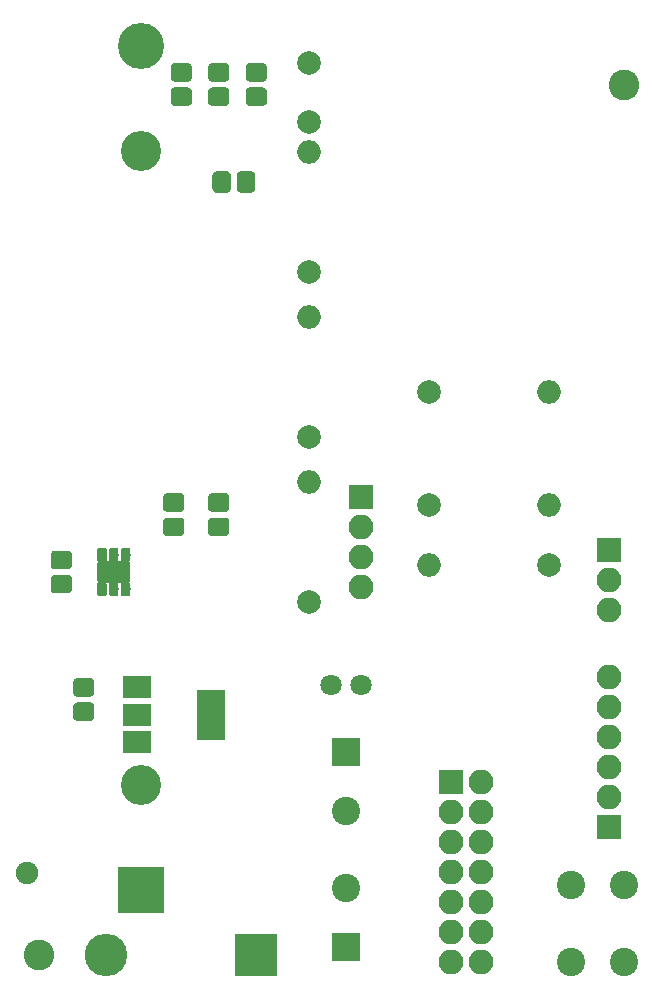
<source format=gbs>
G04 #@! TF.GenerationSoftware,KiCad,Pcbnew,(5.0.0-3-g5ebb6b6)*
G04 #@! TF.CreationDate,2018-08-06T20:02:11+02:00*
G04 #@! TF.ProjectId,esp32-sensornode,65737033322D73656E736F726E6F6465,rev?*
G04 #@! TF.SameCoordinates,Original*
G04 #@! TF.FileFunction,Soldermask,Bot*
G04 #@! TF.FilePolarity,Negative*
%FSLAX46Y46*%
G04 Gerber Fmt 4.6, Leading zero omitted, Abs format (unit mm)*
G04 Created by KiCad (PCBNEW (5.0.0-3-g5ebb6b6)) date Monday, 06 August 2018 at 20:02:11*
%MOMM*%
%LPD*%
G01*
G04 APERTURE LIST*
%ADD10C,2.600000*%
%ADD11C,3.900000*%
%ADD12R,3.900000X3.900000*%
%ADD13C,3.400000*%
%ADD14C,1.900000*%
%ADD15C,1.800000*%
%ADD16R,2.100000X2.100000*%
%ADD17O,2.100000X2.100000*%
%ADD18C,2.000000*%
%ADD19O,2.000000X2.000000*%
%ADD20C,0.100000*%
%ADD21C,0.800000*%
%ADD22C,2.400000*%
%ADD23C,1.550000*%
%ADD24R,2.400000X2.400000*%
%ADD25R,3.600000X3.600000*%
%ADD26O,3.600000X3.600000*%
%ADD27R,2.400000X4.200000*%
%ADD28R,2.400000X1.900000*%
G04 APERTURE END LIST*
D10*
G04 #@! TO.C,REF\002A\002A*
X180340000Y-130175000D03*
G04 #@! TD*
G04 #@! TO.C,REF\002A\002A*
X229870000Y-56515000D03*
G04 #@! TD*
D11*
G04 #@! TO.C,BT1*
X189030000Y-53295000D03*
D12*
X189030000Y-124695000D03*
D13*
X189030000Y-115845000D03*
X189030000Y-62145000D03*
D14*
X179330000Y-123245000D03*
G04 #@! TD*
D15*
G04 #@! TO.C,C3*
X205105000Y-107315000D03*
X207605000Y-107315000D03*
G04 #@! TD*
D16*
G04 #@! TO.C,J2*
X228600000Y-119380000D03*
D17*
X228600000Y-116840000D03*
X228600000Y-114300000D03*
X228600000Y-111760000D03*
X228600000Y-109220000D03*
X228600000Y-106680000D03*
G04 #@! TD*
D16*
G04 #@! TO.C,J3*
X207645000Y-91440000D03*
D17*
X207645000Y-93980000D03*
X207645000Y-96520000D03*
X207645000Y-99060000D03*
G04 #@! TD*
D16*
G04 #@! TO.C,J4*
X228600000Y-95885000D03*
D17*
X228600000Y-98425000D03*
X228600000Y-100965000D03*
G04 #@! TD*
D18*
G04 #@! TO.C,R1*
X203200000Y-72390000D03*
D19*
X203200000Y-62230000D03*
G04 #@! TD*
G04 #@! TO.C,R2*
X223520000Y-82550000D03*
D18*
X213360000Y-82550000D03*
G04 #@! TD*
D19*
G04 #@! TO.C,R3*
X223520000Y-92075000D03*
D18*
X213360000Y-92075000D03*
G04 #@! TD*
G04 #@! TO.C,R6*
X203200000Y-100330000D03*
D19*
X203200000Y-90170000D03*
G04 #@! TD*
D18*
G04 #@! TO.C,R7*
X203200000Y-86360000D03*
D19*
X203200000Y-76200000D03*
G04 #@! TD*
D20*
G04 #@! TO.C,U2*
G36*
X187804372Y-96841525D02*
X187835112Y-96846085D01*
X187865257Y-96853636D01*
X187894516Y-96864105D01*
X187922609Y-96877392D01*
X187949264Y-96893368D01*
X187974224Y-96911880D01*
X187997250Y-96932750D01*
X188018120Y-96955776D01*
X188036632Y-96980736D01*
X188052608Y-97007391D01*
X188065895Y-97035484D01*
X188076364Y-97064743D01*
X188083915Y-97094888D01*
X188088475Y-97125628D01*
X188090000Y-97156667D01*
X188090000Y-98423333D01*
X188088475Y-98454372D01*
X188083915Y-98485112D01*
X188076364Y-98515257D01*
X188065895Y-98544516D01*
X188052608Y-98572609D01*
X188036632Y-98599264D01*
X188018120Y-98624224D01*
X187997250Y-98647250D01*
X187974224Y-98668120D01*
X187949264Y-98686632D01*
X187922609Y-98702608D01*
X187894516Y-98715895D01*
X187865257Y-98726364D01*
X187835112Y-98733915D01*
X187804372Y-98738475D01*
X187773333Y-98740000D01*
X185606667Y-98740000D01*
X185575628Y-98738475D01*
X185544888Y-98733915D01*
X185514743Y-98726364D01*
X185485484Y-98715895D01*
X185457391Y-98702608D01*
X185430736Y-98686632D01*
X185405776Y-98668120D01*
X185382750Y-98647250D01*
X185361880Y-98624224D01*
X185343368Y-98599264D01*
X185327392Y-98572609D01*
X185314105Y-98544516D01*
X185303636Y-98515257D01*
X185296085Y-98485112D01*
X185291525Y-98454372D01*
X185290000Y-98423333D01*
X185290000Y-97156667D01*
X185291525Y-97125628D01*
X185296085Y-97094888D01*
X185303636Y-97064743D01*
X185314105Y-97035484D01*
X185327392Y-97007391D01*
X185343368Y-96980736D01*
X185361880Y-96955776D01*
X185382750Y-96932750D01*
X185405776Y-96911880D01*
X185430736Y-96893368D01*
X185457391Y-96877392D01*
X185485484Y-96864105D01*
X185514743Y-96853636D01*
X185544888Y-96846085D01*
X185575628Y-96841525D01*
X185606667Y-96840000D01*
X187773333Y-96840000D01*
X187804372Y-96841525D01*
X187804372Y-96841525D01*
G37*
D14*
X186690000Y-97790000D03*
D20*
G36*
X187909603Y-98640963D02*
X187929018Y-98643843D01*
X187948057Y-98648612D01*
X187966537Y-98655224D01*
X187984279Y-98663616D01*
X188001114Y-98673706D01*
X188016879Y-98685398D01*
X188031421Y-98698579D01*
X188044602Y-98713121D01*
X188056294Y-98728886D01*
X188066384Y-98745721D01*
X188074776Y-98763463D01*
X188081388Y-98781943D01*
X188086157Y-98800982D01*
X188089037Y-98820397D01*
X188090000Y-98840000D01*
X188090000Y-99640000D01*
X188089037Y-99659603D01*
X188086157Y-99679018D01*
X188081388Y-99698057D01*
X188074776Y-99716537D01*
X188066384Y-99734279D01*
X188056294Y-99751114D01*
X188044602Y-99766879D01*
X188031421Y-99781421D01*
X188016879Y-99794602D01*
X188001114Y-99806294D01*
X187984279Y-99816384D01*
X187966537Y-99824776D01*
X187948057Y-99831388D01*
X187929018Y-99836157D01*
X187909603Y-99839037D01*
X187890000Y-99840000D01*
X187490000Y-99840000D01*
X187470397Y-99839037D01*
X187450982Y-99836157D01*
X187431943Y-99831388D01*
X187413463Y-99824776D01*
X187395721Y-99816384D01*
X187378886Y-99806294D01*
X187363121Y-99794602D01*
X187348579Y-99781421D01*
X187335398Y-99766879D01*
X187323706Y-99751114D01*
X187313616Y-99734279D01*
X187305224Y-99716537D01*
X187298612Y-99698057D01*
X187293843Y-99679018D01*
X187290963Y-99659603D01*
X187290000Y-99640000D01*
X187290000Y-98840000D01*
X187290963Y-98820397D01*
X187293843Y-98800982D01*
X187298612Y-98781943D01*
X187305224Y-98763463D01*
X187313616Y-98745721D01*
X187323706Y-98728886D01*
X187335398Y-98713121D01*
X187348579Y-98698579D01*
X187363121Y-98685398D01*
X187378886Y-98673706D01*
X187395721Y-98663616D01*
X187413463Y-98655224D01*
X187431943Y-98648612D01*
X187450982Y-98643843D01*
X187470397Y-98640963D01*
X187490000Y-98640000D01*
X187890000Y-98640000D01*
X187909603Y-98640963D01*
X187909603Y-98640963D01*
G37*
D21*
X187690000Y-99240000D03*
D20*
G36*
X186909603Y-98640963D02*
X186929018Y-98643843D01*
X186948057Y-98648612D01*
X186966537Y-98655224D01*
X186984279Y-98663616D01*
X187001114Y-98673706D01*
X187016879Y-98685398D01*
X187031421Y-98698579D01*
X187044602Y-98713121D01*
X187056294Y-98728886D01*
X187066384Y-98745721D01*
X187074776Y-98763463D01*
X187081388Y-98781943D01*
X187086157Y-98800982D01*
X187089037Y-98820397D01*
X187090000Y-98840000D01*
X187090000Y-99640000D01*
X187089037Y-99659603D01*
X187086157Y-99679018D01*
X187081388Y-99698057D01*
X187074776Y-99716537D01*
X187066384Y-99734279D01*
X187056294Y-99751114D01*
X187044602Y-99766879D01*
X187031421Y-99781421D01*
X187016879Y-99794602D01*
X187001114Y-99806294D01*
X186984279Y-99816384D01*
X186966537Y-99824776D01*
X186948057Y-99831388D01*
X186929018Y-99836157D01*
X186909603Y-99839037D01*
X186890000Y-99840000D01*
X186490000Y-99840000D01*
X186470397Y-99839037D01*
X186450982Y-99836157D01*
X186431943Y-99831388D01*
X186413463Y-99824776D01*
X186395721Y-99816384D01*
X186378886Y-99806294D01*
X186363121Y-99794602D01*
X186348579Y-99781421D01*
X186335398Y-99766879D01*
X186323706Y-99751114D01*
X186313616Y-99734279D01*
X186305224Y-99716537D01*
X186298612Y-99698057D01*
X186293843Y-99679018D01*
X186290963Y-99659603D01*
X186290000Y-99640000D01*
X186290000Y-98840000D01*
X186290963Y-98820397D01*
X186293843Y-98800982D01*
X186298612Y-98781943D01*
X186305224Y-98763463D01*
X186313616Y-98745721D01*
X186323706Y-98728886D01*
X186335398Y-98713121D01*
X186348579Y-98698579D01*
X186363121Y-98685398D01*
X186378886Y-98673706D01*
X186395721Y-98663616D01*
X186413463Y-98655224D01*
X186431943Y-98648612D01*
X186450982Y-98643843D01*
X186470397Y-98640963D01*
X186490000Y-98640000D01*
X186890000Y-98640000D01*
X186909603Y-98640963D01*
X186909603Y-98640963D01*
G37*
D21*
X186690000Y-99240000D03*
D20*
G36*
X185909603Y-98640963D02*
X185929018Y-98643843D01*
X185948057Y-98648612D01*
X185966537Y-98655224D01*
X185984279Y-98663616D01*
X186001114Y-98673706D01*
X186016879Y-98685398D01*
X186031421Y-98698579D01*
X186044602Y-98713121D01*
X186056294Y-98728886D01*
X186066384Y-98745721D01*
X186074776Y-98763463D01*
X186081388Y-98781943D01*
X186086157Y-98800982D01*
X186089037Y-98820397D01*
X186090000Y-98840000D01*
X186090000Y-99640000D01*
X186089037Y-99659603D01*
X186086157Y-99679018D01*
X186081388Y-99698057D01*
X186074776Y-99716537D01*
X186066384Y-99734279D01*
X186056294Y-99751114D01*
X186044602Y-99766879D01*
X186031421Y-99781421D01*
X186016879Y-99794602D01*
X186001114Y-99806294D01*
X185984279Y-99816384D01*
X185966537Y-99824776D01*
X185948057Y-99831388D01*
X185929018Y-99836157D01*
X185909603Y-99839037D01*
X185890000Y-99840000D01*
X185490000Y-99840000D01*
X185470397Y-99839037D01*
X185450982Y-99836157D01*
X185431943Y-99831388D01*
X185413463Y-99824776D01*
X185395721Y-99816384D01*
X185378886Y-99806294D01*
X185363121Y-99794602D01*
X185348579Y-99781421D01*
X185335398Y-99766879D01*
X185323706Y-99751114D01*
X185313616Y-99734279D01*
X185305224Y-99716537D01*
X185298612Y-99698057D01*
X185293843Y-99679018D01*
X185290963Y-99659603D01*
X185290000Y-99640000D01*
X185290000Y-98840000D01*
X185290963Y-98820397D01*
X185293843Y-98800982D01*
X185298612Y-98781943D01*
X185305224Y-98763463D01*
X185313616Y-98745721D01*
X185323706Y-98728886D01*
X185335398Y-98713121D01*
X185348579Y-98698579D01*
X185363121Y-98685398D01*
X185378886Y-98673706D01*
X185395721Y-98663616D01*
X185413463Y-98655224D01*
X185431943Y-98648612D01*
X185450982Y-98643843D01*
X185470397Y-98640963D01*
X185490000Y-98640000D01*
X185890000Y-98640000D01*
X185909603Y-98640963D01*
X185909603Y-98640963D01*
G37*
D21*
X185690000Y-99240000D03*
D20*
G36*
X185909603Y-95740963D02*
X185929018Y-95743843D01*
X185948057Y-95748612D01*
X185966537Y-95755224D01*
X185984279Y-95763616D01*
X186001114Y-95773706D01*
X186016879Y-95785398D01*
X186031421Y-95798579D01*
X186044602Y-95813121D01*
X186056294Y-95828886D01*
X186066384Y-95845721D01*
X186074776Y-95863463D01*
X186081388Y-95881943D01*
X186086157Y-95900982D01*
X186089037Y-95920397D01*
X186090000Y-95940000D01*
X186090000Y-96740000D01*
X186089037Y-96759603D01*
X186086157Y-96779018D01*
X186081388Y-96798057D01*
X186074776Y-96816537D01*
X186066384Y-96834279D01*
X186056294Y-96851114D01*
X186044602Y-96866879D01*
X186031421Y-96881421D01*
X186016879Y-96894602D01*
X186001114Y-96906294D01*
X185984279Y-96916384D01*
X185966537Y-96924776D01*
X185948057Y-96931388D01*
X185929018Y-96936157D01*
X185909603Y-96939037D01*
X185890000Y-96940000D01*
X185490000Y-96940000D01*
X185470397Y-96939037D01*
X185450982Y-96936157D01*
X185431943Y-96931388D01*
X185413463Y-96924776D01*
X185395721Y-96916384D01*
X185378886Y-96906294D01*
X185363121Y-96894602D01*
X185348579Y-96881421D01*
X185335398Y-96866879D01*
X185323706Y-96851114D01*
X185313616Y-96834279D01*
X185305224Y-96816537D01*
X185298612Y-96798057D01*
X185293843Y-96779018D01*
X185290963Y-96759603D01*
X185290000Y-96740000D01*
X185290000Y-95940000D01*
X185290963Y-95920397D01*
X185293843Y-95900982D01*
X185298612Y-95881943D01*
X185305224Y-95863463D01*
X185313616Y-95845721D01*
X185323706Y-95828886D01*
X185335398Y-95813121D01*
X185348579Y-95798579D01*
X185363121Y-95785398D01*
X185378886Y-95773706D01*
X185395721Y-95763616D01*
X185413463Y-95755224D01*
X185431943Y-95748612D01*
X185450982Y-95743843D01*
X185470397Y-95740963D01*
X185490000Y-95740000D01*
X185890000Y-95740000D01*
X185909603Y-95740963D01*
X185909603Y-95740963D01*
G37*
D21*
X185690000Y-96340000D03*
D20*
G36*
X186909603Y-95740963D02*
X186929018Y-95743843D01*
X186948057Y-95748612D01*
X186966537Y-95755224D01*
X186984279Y-95763616D01*
X187001114Y-95773706D01*
X187016879Y-95785398D01*
X187031421Y-95798579D01*
X187044602Y-95813121D01*
X187056294Y-95828886D01*
X187066384Y-95845721D01*
X187074776Y-95863463D01*
X187081388Y-95881943D01*
X187086157Y-95900982D01*
X187089037Y-95920397D01*
X187090000Y-95940000D01*
X187090000Y-96740000D01*
X187089037Y-96759603D01*
X187086157Y-96779018D01*
X187081388Y-96798057D01*
X187074776Y-96816537D01*
X187066384Y-96834279D01*
X187056294Y-96851114D01*
X187044602Y-96866879D01*
X187031421Y-96881421D01*
X187016879Y-96894602D01*
X187001114Y-96906294D01*
X186984279Y-96916384D01*
X186966537Y-96924776D01*
X186948057Y-96931388D01*
X186929018Y-96936157D01*
X186909603Y-96939037D01*
X186890000Y-96940000D01*
X186490000Y-96940000D01*
X186470397Y-96939037D01*
X186450982Y-96936157D01*
X186431943Y-96931388D01*
X186413463Y-96924776D01*
X186395721Y-96916384D01*
X186378886Y-96906294D01*
X186363121Y-96894602D01*
X186348579Y-96881421D01*
X186335398Y-96866879D01*
X186323706Y-96851114D01*
X186313616Y-96834279D01*
X186305224Y-96816537D01*
X186298612Y-96798057D01*
X186293843Y-96779018D01*
X186290963Y-96759603D01*
X186290000Y-96740000D01*
X186290000Y-95940000D01*
X186290963Y-95920397D01*
X186293843Y-95900982D01*
X186298612Y-95881943D01*
X186305224Y-95863463D01*
X186313616Y-95845721D01*
X186323706Y-95828886D01*
X186335398Y-95813121D01*
X186348579Y-95798579D01*
X186363121Y-95785398D01*
X186378886Y-95773706D01*
X186395721Y-95763616D01*
X186413463Y-95755224D01*
X186431943Y-95748612D01*
X186450982Y-95743843D01*
X186470397Y-95740963D01*
X186490000Y-95740000D01*
X186890000Y-95740000D01*
X186909603Y-95740963D01*
X186909603Y-95740963D01*
G37*
D21*
X186690000Y-96340000D03*
D20*
G36*
X187909603Y-95740963D02*
X187929018Y-95743843D01*
X187948057Y-95748612D01*
X187966537Y-95755224D01*
X187984279Y-95763616D01*
X188001114Y-95773706D01*
X188016879Y-95785398D01*
X188031421Y-95798579D01*
X188044602Y-95813121D01*
X188056294Y-95828886D01*
X188066384Y-95845721D01*
X188074776Y-95863463D01*
X188081388Y-95881943D01*
X188086157Y-95900982D01*
X188089037Y-95920397D01*
X188090000Y-95940000D01*
X188090000Y-96740000D01*
X188089037Y-96759603D01*
X188086157Y-96779018D01*
X188081388Y-96798057D01*
X188074776Y-96816537D01*
X188066384Y-96834279D01*
X188056294Y-96851114D01*
X188044602Y-96866879D01*
X188031421Y-96881421D01*
X188016879Y-96894602D01*
X188001114Y-96906294D01*
X187984279Y-96916384D01*
X187966537Y-96924776D01*
X187948057Y-96931388D01*
X187929018Y-96936157D01*
X187909603Y-96939037D01*
X187890000Y-96940000D01*
X187490000Y-96940000D01*
X187470397Y-96939037D01*
X187450982Y-96936157D01*
X187431943Y-96931388D01*
X187413463Y-96924776D01*
X187395721Y-96916384D01*
X187378886Y-96906294D01*
X187363121Y-96894602D01*
X187348579Y-96881421D01*
X187335398Y-96866879D01*
X187323706Y-96851114D01*
X187313616Y-96834279D01*
X187305224Y-96816537D01*
X187298612Y-96798057D01*
X187293843Y-96779018D01*
X187290963Y-96759603D01*
X187290000Y-96740000D01*
X187290000Y-95940000D01*
X187290963Y-95920397D01*
X187293843Y-95900982D01*
X187298612Y-95881943D01*
X187305224Y-95863463D01*
X187313616Y-95845721D01*
X187323706Y-95828886D01*
X187335398Y-95813121D01*
X187348579Y-95798579D01*
X187363121Y-95785398D01*
X187378886Y-95773706D01*
X187395721Y-95763616D01*
X187413463Y-95755224D01*
X187431943Y-95748612D01*
X187450982Y-95743843D01*
X187470397Y-95740963D01*
X187490000Y-95740000D01*
X187890000Y-95740000D01*
X187909603Y-95740963D01*
X187909603Y-95740963D01*
G37*
D21*
X187690000Y-96340000D03*
G04 #@! TD*
D22*
G04 #@! TO.C,SW1*
X229925000Y-130810000D03*
X225425000Y-130810000D03*
X229925000Y-124310000D03*
X225425000Y-124310000D03*
G04 #@! TD*
D18*
G04 #@! TO.C,R8*
X223520000Y-97155000D03*
D19*
X213360000Y-97155000D03*
G04 #@! TD*
D20*
G04 #@! TO.C,C4*
G36*
X198346071Y-63871623D02*
X198378781Y-63876475D01*
X198410857Y-63884509D01*
X198441991Y-63895649D01*
X198471884Y-63909787D01*
X198500247Y-63926787D01*
X198526807Y-63946485D01*
X198551308Y-63968692D01*
X198573515Y-63993193D01*
X198593213Y-64019753D01*
X198610213Y-64048116D01*
X198624351Y-64078009D01*
X198635491Y-64109143D01*
X198643525Y-64141219D01*
X198648377Y-64173929D01*
X198650000Y-64206956D01*
X198650000Y-65333044D01*
X198648377Y-65366071D01*
X198643525Y-65398781D01*
X198635491Y-65430857D01*
X198624351Y-65461991D01*
X198610213Y-65491884D01*
X198593213Y-65520247D01*
X198573515Y-65546807D01*
X198551308Y-65571308D01*
X198526807Y-65593515D01*
X198500247Y-65613213D01*
X198471884Y-65630213D01*
X198441991Y-65644351D01*
X198410857Y-65655491D01*
X198378781Y-65663525D01*
X198346071Y-65668377D01*
X198313044Y-65670000D01*
X197436956Y-65670000D01*
X197403929Y-65668377D01*
X197371219Y-65663525D01*
X197339143Y-65655491D01*
X197308009Y-65644351D01*
X197278116Y-65630213D01*
X197249753Y-65613213D01*
X197223193Y-65593515D01*
X197198692Y-65571308D01*
X197176485Y-65546807D01*
X197156787Y-65520247D01*
X197139787Y-65491884D01*
X197125649Y-65461991D01*
X197114509Y-65430857D01*
X197106475Y-65398781D01*
X197101623Y-65366071D01*
X197100000Y-65333044D01*
X197100000Y-64206956D01*
X197101623Y-64173929D01*
X197106475Y-64141219D01*
X197114509Y-64109143D01*
X197125649Y-64078009D01*
X197139787Y-64048116D01*
X197156787Y-64019753D01*
X197176485Y-63993193D01*
X197198692Y-63968692D01*
X197223193Y-63946485D01*
X197249753Y-63926787D01*
X197278116Y-63909787D01*
X197308009Y-63895649D01*
X197339143Y-63884509D01*
X197371219Y-63876475D01*
X197403929Y-63871623D01*
X197436956Y-63870000D01*
X198313044Y-63870000D01*
X198346071Y-63871623D01*
X198346071Y-63871623D01*
G37*
D23*
X197875000Y-64770000D03*
D20*
G36*
X196296071Y-63871623D02*
X196328781Y-63876475D01*
X196360857Y-63884509D01*
X196391991Y-63895649D01*
X196421884Y-63909787D01*
X196450247Y-63926787D01*
X196476807Y-63946485D01*
X196501308Y-63968692D01*
X196523515Y-63993193D01*
X196543213Y-64019753D01*
X196560213Y-64048116D01*
X196574351Y-64078009D01*
X196585491Y-64109143D01*
X196593525Y-64141219D01*
X196598377Y-64173929D01*
X196600000Y-64206956D01*
X196600000Y-65333044D01*
X196598377Y-65366071D01*
X196593525Y-65398781D01*
X196585491Y-65430857D01*
X196574351Y-65461991D01*
X196560213Y-65491884D01*
X196543213Y-65520247D01*
X196523515Y-65546807D01*
X196501308Y-65571308D01*
X196476807Y-65593515D01*
X196450247Y-65613213D01*
X196421884Y-65630213D01*
X196391991Y-65644351D01*
X196360857Y-65655491D01*
X196328781Y-65663525D01*
X196296071Y-65668377D01*
X196263044Y-65670000D01*
X195386956Y-65670000D01*
X195353929Y-65668377D01*
X195321219Y-65663525D01*
X195289143Y-65655491D01*
X195258009Y-65644351D01*
X195228116Y-65630213D01*
X195199753Y-65613213D01*
X195173193Y-65593515D01*
X195148692Y-65571308D01*
X195126485Y-65546807D01*
X195106787Y-65520247D01*
X195089787Y-65491884D01*
X195075649Y-65461991D01*
X195064509Y-65430857D01*
X195056475Y-65398781D01*
X195051623Y-65366071D01*
X195050000Y-65333044D01*
X195050000Y-64206956D01*
X195051623Y-64173929D01*
X195056475Y-64141219D01*
X195064509Y-64109143D01*
X195075649Y-64078009D01*
X195089787Y-64048116D01*
X195106787Y-64019753D01*
X195126485Y-63993193D01*
X195148692Y-63968692D01*
X195173193Y-63946485D01*
X195199753Y-63926787D01*
X195228116Y-63909787D01*
X195258009Y-63895649D01*
X195289143Y-63884509D01*
X195321219Y-63876475D01*
X195353929Y-63871623D01*
X195386956Y-63870000D01*
X196263044Y-63870000D01*
X196296071Y-63871623D01*
X196296071Y-63871623D01*
G37*
D23*
X195825000Y-64770000D03*
G04 #@! TD*
D20*
G04 #@! TO.C,C2*
G36*
X182841071Y-95991623D02*
X182873781Y-95996475D01*
X182905857Y-96004509D01*
X182936991Y-96015649D01*
X182966884Y-96029787D01*
X182995247Y-96046787D01*
X183021807Y-96066485D01*
X183046308Y-96088692D01*
X183068515Y-96113193D01*
X183088213Y-96139753D01*
X183105213Y-96168116D01*
X183119351Y-96198009D01*
X183130491Y-96229143D01*
X183138525Y-96261219D01*
X183143377Y-96293929D01*
X183145000Y-96326956D01*
X183145000Y-97203044D01*
X183143377Y-97236071D01*
X183138525Y-97268781D01*
X183130491Y-97300857D01*
X183119351Y-97331991D01*
X183105213Y-97361884D01*
X183088213Y-97390247D01*
X183068515Y-97416807D01*
X183046308Y-97441308D01*
X183021807Y-97463515D01*
X182995247Y-97483213D01*
X182966884Y-97500213D01*
X182936991Y-97514351D01*
X182905857Y-97525491D01*
X182873781Y-97533525D01*
X182841071Y-97538377D01*
X182808044Y-97540000D01*
X181681956Y-97540000D01*
X181648929Y-97538377D01*
X181616219Y-97533525D01*
X181584143Y-97525491D01*
X181553009Y-97514351D01*
X181523116Y-97500213D01*
X181494753Y-97483213D01*
X181468193Y-97463515D01*
X181443692Y-97441308D01*
X181421485Y-97416807D01*
X181401787Y-97390247D01*
X181384787Y-97361884D01*
X181370649Y-97331991D01*
X181359509Y-97300857D01*
X181351475Y-97268781D01*
X181346623Y-97236071D01*
X181345000Y-97203044D01*
X181345000Y-96326956D01*
X181346623Y-96293929D01*
X181351475Y-96261219D01*
X181359509Y-96229143D01*
X181370649Y-96198009D01*
X181384787Y-96168116D01*
X181401787Y-96139753D01*
X181421485Y-96113193D01*
X181443692Y-96088692D01*
X181468193Y-96066485D01*
X181494753Y-96046787D01*
X181523116Y-96029787D01*
X181553009Y-96015649D01*
X181584143Y-96004509D01*
X181616219Y-95996475D01*
X181648929Y-95991623D01*
X181681956Y-95990000D01*
X182808044Y-95990000D01*
X182841071Y-95991623D01*
X182841071Y-95991623D01*
G37*
D23*
X182245000Y-96765000D03*
D20*
G36*
X182841071Y-98041623D02*
X182873781Y-98046475D01*
X182905857Y-98054509D01*
X182936991Y-98065649D01*
X182966884Y-98079787D01*
X182995247Y-98096787D01*
X183021807Y-98116485D01*
X183046308Y-98138692D01*
X183068515Y-98163193D01*
X183088213Y-98189753D01*
X183105213Y-98218116D01*
X183119351Y-98248009D01*
X183130491Y-98279143D01*
X183138525Y-98311219D01*
X183143377Y-98343929D01*
X183145000Y-98376956D01*
X183145000Y-99253044D01*
X183143377Y-99286071D01*
X183138525Y-99318781D01*
X183130491Y-99350857D01*
X183119351Y-99381991D01*
X183105213Y-99411884D01*
X183088213Y-99440247D01*
X183068515Y-99466807D01*
X183046308Y-99491308D01*
X183021807Y-99513515D01*
X182995247Y-99533213D01*
X182966884Y-99550213D01*
X182936991Y-99564351D01*
X182905857Y-99575491D01*
X182873781Y-99583525D01*
X182841071Y-99588377D01*
X182808044Y-99590000D01*
X181681956Y-99590000D01*
X181648929Y-99588377D01*
X181616219Y-99583525D01*
X181584143Y-99575491D01*
X181553009Y-99564351D01*
X181523116Y-99550213D01*
X181494753Y-99533213D01*
X181468193Y-99513515D01*
X181443692Y-99491308D01*
X181421485Y-99466807D01*
X181401787Y-99440247D01*
X181384787Y-99411884D01*
X181370649Y-99381991D01*
X181359509Y-99350857D01*
X181351475Y-99318781D01*
X181346623Y-99286071D01*
X181345000Y-99253044D01*
X181345000Y-98376956D01*
X181346623Y-98343929D01*
X181351475Y-98311219D01*
X181359509Y-98279143D01*
X181370649Y-98248009D01*
X181384787Y-98218116D01*
X181401787Y-98189753D01*
X181421485Y-98163193D01*
X181443692Y-98138692D01*
X181468193Y-98116485D01*
X181494753Y-98096787D01*
X181523116Y-98079787D01*
X181553009Y-98065649D01*
X181584143Y-98054509D01*
X181616219Y-98046475D01*
X181648929Y-98041623D01*
X181681956Y-98040000D01*
X182808044Y-98040000D01*
X182841071Y-98041623D01*
X182841071Y-98041623D01*
G37*
D23*
X182245000Y-98815000D03*
G04 #@! TD*
D16*
G04 #@! TO.C,J1*
X215265000Y-115570000D03*
D17*
X217805000Y-115570000D03*
X215265000Y-118110000D03*
X217805000Y-118110000D03*
X215265000Y-120650000D03*
X217805000Y-120650000D03*
X215265000Y-123190000D03*
X217805000Y-123190000D03*
X215265000Y-125730000D03*
X217805000Y-125730000D03*
X215265000Y-128270000D03*
X217805000Y-128270000D03*
X215265000Y-130810000D03*
X217805000Y-130810000D03*
G04 #@! TD*
D20*
G04 #@! TO.C,R4*
G36*
X192366071Y-93179123D02*
X192398781Y-93183975D01*
X192430857Y-93192009D01*
X192461991Y-93203149D01*
X192491884Y-93217287D01*
X192520247Y-93234287D01*
X192546807Y-93253985D01*
X192571308Y-93276192D01*
X192593515Y-93300693D01*
X192613213Y-93327253D01*
X192630213Y-93355616D01*
X192644351Y-93385509D01*
X192655491Y-93416643D01*
X192663525Y-93448719D01*
X192668377Y-93481429D01*
X192670000Y-93514456D01*
X192670000Y-94390544D01*
X192668377Y-94423571D01*
X192663525Y-94456281D01*
X192655491Y-94488357D01*
X192644351Y-94519491D01*
X192630213Y-94549384D01*
X192613213Y-94577747D01*
X192593515Y-94604307D01*
X192571308Y-94628808D01*
X192546807Y-94651015D01*
X192520247Y-94670713D01*
X192491884Y-94687713D01*
X192461991Y-94701851D01*
X192430857Y-94712991D01*
X192398781Y-94721025D01*
X192366071Y-94725877D01*
X192333044Y-94727500D01*
X191206956Y-94727500D01*
X191173929Y-94725877D01*
X191141219Y-94721025D01*
X191109143Y-94712991D01*
X191078009Y-94701851D01*
X191048116Y-94687713D01*
X191019753Y-94670713D01*
X190993193Y-94651015D01*
X190968692Y-94628808D01*
X190946485Y-94604307D01*
X190926787Y-94577747D01*
X190909787Y-94549384D01*
X190895649Y-94519491D01*
X190884509Y-94488357D01*
X190876475Y-94456281D01*
X190871623Y-94423571D01*
X190870000Y-94390544D01*
X190870000Y-93514456D01*
X190871623Y-93481429D01*
X190876475Y-93448719D01*
X190884509Y-93416643D01*
X190895649Y-93385509D01*
X190909787Y-93355616D01*
X190926787Y-93327253D01*
X190946485Y-93300693D01*
X190968692Y-93276192D01*
X190993193Y-93253985D01*
X191019753Y-93234287D01*
X191048116Y-93217287D01*
X191078009Y-93203149D01*
X191109143Y-93192009D01*
X191141219Y-93183975D01*
X191173929Y-93179123D01*
X191206956Y-93177500D01*
X192333044Y-93177500D01*
X192366071Y-93179123D01*
X192366071Y-93179123D01*
G37*
D23*
X191770000Y-93952500D03*
D20*
G36*
X192366071Y-91129123D02*
X192398781Y-91133975D01*
X192430857Y-91142009D01*
X192461991Y-91153149D01*
X192491884Y-91167287D01*
X192520247Y-91184287D01*
X192546807Y-91203985D01*
X192571308Y-91226192D01*
X192593515Y-91250693D01*
X192613213Y-91277253D01*
X192630213Y-91305616D01*
X192644351Y-91335509D01*
X192655491Y-91366643D01*
X192663525Y-91398719D01*
X192668377Y-91431429D01*
X192670000Y-91464456D01*
X192670000Y-92340544D01*
X192668377Y-92373571D01*
X192663525Y-92406281D01*
X192655491Y-92438357D01*
X192644351Y-92469491D01*
X192630213Y-92499384D01*
X192613213Y-92527747D01*
X192593515Y-92554307D01*
X192571308Y-92578808D01*
X192546807Y-92601015D01*
X192520247Y-92620713D01*
X192491884Y-92637713D01*
X192461991Y-92651851D01*
X192430857Y-92662991D01*
X192398781Y-92671025D01*
X192366071Y-92675877D01*
X192333044Y-92677500D01*
X191206956Y-92677500D01*
X191173929Y-92675877D01*
X191141219Y-92671025D01*
X191109143Y-92662991D01*
X191078009Y-92651851D01*
X191048116Y-92637713D01*
X191019753Y-92620713D01*
X190993193Y-92601015D01*
X190968692Y-92578808D01*
X190946485Y-92554307D01*
X190926787Y-92527747D01*
X190909787Y-92499384D01*
X190895649Y-92469491D01*
X190884509Y-92438357D01*
X190876475Y-92406281D01*
X190871623Y-92373571D01*
X190870000Y-92340544D01*
X190870000Y-91464456D01*
X190871623Y-91431429D01*
X190876475Y-91398719D01*
X190884509Y-91366643D01*
X190895649Y-91335509D01*
X190909787Y-91305616D01*
X190926787Y-91277253D01*
X190946485Y-91250693D01*
X190968692Y-91226192D01*
X190993193Y-91203985D01*
X191019753Y-91184287D01*
X191048116Y-91167287D01*
X191078009Y-91153149D01*
X191109143Y-91142009D01*
X191141219Y-91133975D01*
X191173929Y-91129123D01*
X191206956Y-91127500D01*
X192333044Y-91127500D01*
X192366071Y-91129123D01*
X192366071Y-91129123D01*
G37*
D23*
X191770000Y-91902500D03*
G04 #@! TD*
D20*
G04 #@! TO.C,R5*
G36*
X196176071Y-91129123D02*
X196208781Y-91133975D01*
X196240857Y-91142009D01*
X196271991Y-91153149D01*
X196301884Y-91167287D01*
X196330247Y-91184287D01*
X196356807Y-91203985D01*
X196381308Y-91226192D01*
X196403515Y-91250693D01*
X196423213Y-91277253D01*
X196440213Y-91305616D01*
X196454351Y-91335509D01*
X196465491Y-91366643D01*
X196473525Y-91398719D01*
X196478377Y-91431429D01*
X196480000Y-91464456D01*
X196480000Y-92340544D01*
X196478377Y-92373571D01*
X196473525Y-92406281D01*
X196465491Y-92438357D01*
X196454351Y-92469491D01*
X196440213Y-92499384D01*
X196423213Y-92527747D01*
X196403515Y-92554307D01*
X196381308Y-92578808D01*
X196356807Y-92601015D01*
X196330247Y-92620713D01*
X196301884Y-92637713D01*
X196271991Y-92651851D01*
X196240857Y-92662991D01*
X196208781Y-92671025D01*
X196176071Y-92675877D01*
X196143044Y-92677500D01*
X195016956Y-92677500D01*
X194983929Y-92675877D01*
X194951219Y-92671025D01*
X194919143Y-92662991D01*
X194888009Y-92651851D01*
X194858116Y-92637713D01*
X194829753Y-92620713D01*
X194803193Y-92601015D01*
X194778692Y-92578808D01*
X194756485Y-92554307D01*
X194736787Y-92527747D01*
X194719787Y-92499384D01*
X194705649Y-92469491D01*
X194694509Y-92438357D01*
X194686475Y-92406281D01*
X194681623Y-92373571D01*
X194680000Y-92340544D01*
X194680000Y-91464456D01*
X194681623Y-91431429D01*
X194686475Y-91398719D01*
X194694509Y-91366643D01*
X194705649Y-91335509D01*
X194719787Y-91305616D01*
X194736787Y-91277253D01*
X194756485Y-91250693D01*
X194778692Y-91226192D01*
X194803193Y-91203985D01*
X194829753Y-91184287D01*
X194858116Y-91167287D01*
X194888009Y-91153149D01*
X194919143Y-91142009D01*
X194951219Y-91133975D01*
X194983929Y-91129123D01*
X195016956Y-91127500D01*
X196143044Y-91127500D01*
X196176071Y-91129123D01*
X196176071Y-91129123D01*
G37*
D23*
X195580000Y-91902500D03*
D20*
G36*
X196176071Y-93179123D02*
X196208781Y-93183975D01*
X196240857Y-93192009D01*
X196271991Y-93203149D01*
X196301884Y-93217287D01*
X196330247Y-93234287D01*
X196356807Y-93253985D01*
X196381308Y-93276192D01*
X196403515Y-93300693D01*
X196423213Y-93327253D01*
X196440213Y-93355616D01*
X196454351Y-93385509D01*
X196465491Y-93416643D01*
X196473525Y-93448719D01*
X196478377Y-93481429D01*
X196480000Y-93514456D01*
X196480000Y-94390544D01*
X196478377Y-94423571D01*
X196473525Y-94456281D01*
X196465491Y-94488357D01*
X196454351Y-94519491D01*
X196440213Y-94549384D01*
X196423213Y-94577747D01*
X196403515Y-94604307D01*
X196381308Y-94628808D01*
X196356807Y-94651015D01*
X196330247Y-94670713D01*
X196301884Y-94687713D01*
X196271991Y-94701851D01*
X196240857Y-94712991D01*
X196208781Y-94721025D01*
X196176071Y-94725877D01*
X196143044Y-94727500D01*
X195016956Y-94727500D01*
X194983929Y-94725877D01*
X194951219Y-94721025D01*
X194919143Y-94712991D01*
X194888009Y-94701851D01*
X194858116Y-94687713D01*
X194829753Y-94670713D01*
X194803193Y-94651015D01*
X194778692Y-94628808D01*
X194756485Y-94604307D01*
X194736787Y-94577747D01*
X194719787Y-94549384D01*
X194705649Y-94519491D01*
X194694509Y-94488357D01*
X194686475Y-94456281D01*
X194681623Y-94423571D01*
X194680000Y-94390544D01*
X194680000Y-93514456D01*
X194681623Y-93481429D01*
X194686475Y-93448719D01*
X194694509Y-93416643D01*
X194705649Y-93385509D01*
X194719787Y-93355616D01*
X194736787Y-93327253D01*
X194756485Y-93300693D01*
X194778692Y-93276192D01*
X194803193Y-93253985D01*
X194829753Y-93234287D01*
X194858116Y-93217287D01*
X194888009Y-93203149D01*
X194919143Y-93192009D01*
X194951219Y-93183975D01*
X194983929Y-93179123D01*
X195016956Y-93177500D01*
X196143044Y-93177500D01*
X196176071Y-93179123D01*
X196176071Y-93179123D01*
G37*
D23*
X195580000Y-93952500D03*
G04 #@! TD*
D18*
G04 #@! TO.C,C1*
X203200000Y-59690000D03*
X203200000Y-54690000D03*
G04 #@! TD*
D24*
G04 #@! TO.C,C5*
X206375000Y-113030000D03*
D22*
X206375000Y-118030000D03*
G04 #@! TD*
G04 #@! TO.C,C6*
X206375000Y-124540000D03*
D24*
X206375000Y-129540000D03*
G04 #@! TD*
D20*
G04 #@! TO.C,C7*
G36*
X193001071Y-56766623D02*
X193033781Y-56771475D01*
X193065857Y-56779509D01*
X193096991Y-56790649D01*
X193126884Y-56804787D01*
X193155247Y-56821787D01*
X193181807Y-56841485D01*
X193206308Y-56863692D01*
X193228515Y-56888193D01*
X193248213Y-56914753D01*
X193265213Y-56943116D01*
X193279351Y-56973009D01*
X193290491Y-57004143D01*
X193298525Y-57036219D01*
X193303377Y-57068929D01*
X193305000Y-57101956D01*
X193305000Y-57978044D01*
X193303377Y-58011071D01*
X193298525Y-58043781D01*
X193290491Y-58075857D01*
X193279351Y-58106991D01*
X193265213Y-58136884D01*
X193248213Y-58165247D01*
X193228515Y-58191807D01*
X193206308Y-58216308D01*
X193181807Y-58238515D01*
X193155247Y-58258213D01*
X193126884Y-58275213D01*
X193096991Y-58289351D01*
X193065857Y-58300491D01*
X193033781Y-58308525D01*
X193001071Y-58313377D01*
X192968044Y-58315000D01*
X191841956Y-58315000D01*
X191808929Y-58313377D01*
X191776219Y-58308525D01*
X191744143Y-58300491D01*
X191713009Y-58289351D01*
X191683116Y-58275213D01*
X191654753Y-58258213D01*
X191628193Y-58238515D01*
X191603692Y-58216308D01*
X191581485Y-58191807D01*
X191561787Y-58165247D01*
X191544787Y-58136884D01*
X191530649Y-58106991D01*
X191519509Y-58075857D01*
X191511475Y-58043781D01*
X191506623Y-58011071D01*
X191505000Y-57978044D01*
X191505000Y-57101956D01*
X191506623Y-57068929D01*
X191511475Y-57036219D01*
X191519509Y-57004143D01*
X191530649Y-56973009D01*
X191544787Y-56943116D01*
X191561787Y-56914753D01*
X191581485Y-56888193D01*
X191603692Y-56863692D01*
X191628193Y-56841485D01*
X191654753Y-56821787D01*
X191683116Y-56804787D01*
X191713009Y-56790649D01*
X191744143Y-56779509D01*
X191776219Y-56771475D01*
X191808929Y-56766623D01*
X191841956Y-56765000D01*
X192968044Y-56765000D01*
X193001071Y-56766623D01*
X193001071Y-56766623D01*
G37*
D23*
X192405000Y-57540000D03*
D20*
G36*
X193001071Y-54716623D02*
X193033781Y-54721475D01*
X193065857Y-54729509D01*
X193096991Y-54740649D01*
X193126884Y-54754787D01*
X193155247Y-54771787D01*
X193181807Y-54791485D01*
X193206308Y-54813692D01*
X193228515Y-54838193D01*
X193248213Y-54864753D01*
X193265213Y-54893116D01*
X193279351Y-54923009D01*
X193290491Y-54954143D01*
X193298525Y-54986219D01*
X193303377Y-55018929D01*
X193305000Y-55051956D01*
X193305000Y-55928044D01*
X193303377Y-55961071D01*
X193298525Y-55993781D01*
X193290491Y-56025857D01*
X193279351Y-56056991D01*
X193265213Y-56086884D01*
X193248213Y-56115247D01*
X193228515Y-56141807D01*
X193206308Y-56166308D01*
X193181807Y-56188515D01*
X193155247Y-56208213D01*
X193126884Y-56225213D01*
X193096991Y-56239351D01*
X193065857Y-56250491D01*
X193033781Y-56258525D01*
X193001071Y-56263377D01*
X192968044Y-56265000D01*
X191841956Y-56265000D01*
X191808929Y-56263377D01*
X191776219Y-56258525D01*
X191744143Y-56250491D01*
X191713009Y-56239351D01*
X191683116Y-56225213D01*
X191654753Y-56208213D01*
X191628193Y-56188515D01*
X191603692Y-56166308D01*
X191581485Y-56141807D01*
X191561787Y-56115247D01*
X191544787Y-56086884D01*
X191530649Y-56056991D01*
X191519509Y-56025857D01*
X191511475Y-55993781D01*
X191506623Y-55961071D01*
X191505000Y-55928044D01*
X191505000Y-55051956D01*
X191506623Y-55018929D01*
X191511475Y-54986219D01*
X191519509Y-54954143D01*
X191530649Y-54923009D01*
X191544787Y-54893116D01*
X191561787Y-54864753D01*
X191581485Y-54838193D01*
X191603692Y-54813692D01*
X191628193Y-54791485D01*
X191654753Y-54771787D01*
X191683116Y-54754787D01*
X191713009Y-54740649D01*
X191744143Y-54729509D01*
X191776219Y-54721475D01*
X191808929Y-54716623D01*
X191841956Y-54715000D01*
X192968044Y-54715000D01*
X193001071Y-54716623D01*
X193001071Y-54716623D01*
G37*
D23*
X192405000Y-55490000D03*
G04 #@! TD*
D20*
G04 #@! TO.C,C8*
G36*
X196176071Y-54716623D02*
X196208781Y-54721475D01*
X196240857Y-54729509D01*
X196271991Y-54740649D01*
X196301884Y-54754787D01*
X196330247Y-54771787D01*
X196356807Y-54791485D01*
X196381308Y-54813692D01*
X196403515Y-54838193D01*
X196423213Y-54864753D01*
X196440213Y-54893116D01*
X196454351Y-54923009D01*
X196465491Y-54954143D01*
X196473525Y-54986219D01*
X196478377Y-55018929D01*
X196480000Y-55051956D01*
X196480000Y-55928044D01*
X196478377Y-55961071D01*
X196473525Y-55993781D01*
X196465491Y-56025857D01*
X196454351Y-56056991D01*
X196440213Y-56086884D01*
X196423213Y-56115247D01*
X196403515Y-56141807D01*
X196381308Y-56166308D01*
X196356807Y-56188515D01*
X196330247Y-56208213D01*
X196301884Y-56225213D01*
X196271991Y-56239351D01*
X196240857Y-56250491D01*
X196208781Y-56258525D01*
X196176071Y-56263377D01*
X196143044Y-56265000D01*
X195016956Y-56265000D01*
X194983929Y-56263377D01*
X194951219Y-56258525D01*
X194919143Y-56250491D01*
X194888009Y-56239351D01*
X194858116Y-56225213D01*
X194829753Y-56208213D01*
X194803193Y-56188515D01*
X194778692Y-56166308D01*
X194756485Y-56141807D01*
X194736787Y-56115247D01*
X194719787Y-56086884D01*
X194705649Y-56056991D01*
X194694509Y-56025857D01*
X194686475Y-55993781D01*
X194681623Y-55961071D01*
X194680000Y-55928044D01*
X194680000Y-55051956D01*
X194681623Y-55018929D01*
X194686475Y-54986219D01*
X194694509Y-54954143D01*
X194705649Y-54923009D01*
X194719787Y-54893116D01*
X194736787Y-54864753D01*
X194756485Y-54838193D01*
X194778692Y-54813692D01*
X194803193Y-54791485D01*
X194829753Y-54771787D01*
X194858116Y-54754787D01*
X194888009Y-54740649D01*
X194919143Y-54729509D01*
X194951219Y-54721475D01*
X194983929Y-54716623D01*
X195016956Y-54715000D01*
X196143044Y-54715000D01*
X196176071Y-54716623D01*
X196176071Y-54716623D01*
G37*
D23*
X195580000Y-55490000D03*
D20*
G36*
X196176071Y-56766623D02*
X196208781Y-56771475D01*
X196240857Y-56779509D01*
X196271991Y-56790649D01*
X196301884Y-56804787D01*
X196330247Y-56821787D01*
X196356807Y-56841485D01*
X196381308Y-56863692D01*
X196403515Y-56888193D01*
X196423213Y-56914753D01*
X196440213Y-56943116D01*
X196454351Y-56973009D01*
X196465491Y-57004143D01*
X196473525Y-57036219D01*
X196478377Y-57068929D01*
X196480000Y-57101956D01*
X196480000Y-57978044D01*
X196478377Y-58011071D01*
X196473525Y-58043781D01*
X196465491Y-58075857D01*
X196454351Y-58106991D01*
X196440213Y-58136884D01*
X196423213Y-58165247D01*
X196403515Y-58191807D01*
X196381308Y-58216308D01*
X196356807Y-58238515D01*
X196330247Y-58258213D01*
X196301884Y-58275213D01*
X196271991Y-58289351D01*
X196240857Y-58300491D01*
X196208781Y-58308525D01*
X196176071Y-58313377D01*
X196143044Y-58315000D01*
X195016956Y-58315000D01*
X194983929Y-58313377D01*
X194951219Y-58308525D01*
X194919143Y-58300491D01*
X194888009Y-58289351D01*
X194858116Y-58275213D01*
X194829753Y-58258213D01*
X194803193Y-58238515D01*
X194778692Y-58216308D01*
X194756485Y-58191807D01*
X194736787Y-58165247D01*
X194719787Y-58136884D01*
X194705649Y-58106991D01*
X194694509Y-58075857D01*
X194686475Y-58043781D01*
X194681623Y-58011071D01*
X194680000Y-57978044D01*
X194680000Y-57101956D01*
X194681623Y-57068929D01*
X194686475Y-57036219D01*
X194694509Y-57004143D01*
X194705649Y-56973009D01*
X194719787Y-56943116D01*
X194736787Y-56914753D01*
X194756485Y-56888193D01*
X194778692Y-56863692D01*
X194803193Y-56841485D01*
X194829753Y-56821787D01*
X194858116Y-56804787D01*
X194888009Y-56790649D01*
X194919143Y-56779509D01*
X194951219Y-56771475D01*
X194983929Y-56766623D01*
X195016956Y-56765000D01*
X196143044Y-56765000D01*
X196176071Y-56766623D01*
X196176071Y-56766623D01*
G37*
D23*
X195580000Y-57540000D03*
G04 #@! TD*
D20*
G04 #@! TO.C,C9*
G36*
X199351071Y-56766623D02*
X199383781Y-56771475D01*
X199415857Y-56779509D01*
X199446991Y-56790649D01*
X199476884Y-56804787D01*
X199505247Y-56821787D01*
X199531807Y-56841485D01*
X199556308Y-56863692D01*
X199578515Y-56888193D01*
X199598213Y-56914753D01*
X199615213Y-56943116D01*
X199629351Y-56973009D01*
X199640491Y-57004143D01*
X199648525Y-57036219D01*
X199653377Y-57068929D01*
X199655000Y-57101956D01*
X199655000Y-57978044D01*
X199653377Y-58011071D01*
X199648525Y-58043781D01*
X199640491Y-58075857D01*
X199629351Y-58106991D01*
X199615213Y-58136884D01*
X199598213Y-58165247D01*
X199578515Y-58191807D01*
X199556308Y-58216308D01*
X199531807Y-58238515D01*
X199505247Y-58258213D01*
X199476884Y-58275213D01*
X199446991Y-58289351D01*
X199415857Y-58300491D01*
X199383781Y-58308525D01*
X199351071Y-58313377D01*
X199318044Y-58315000D01*
X198191956Y-58315000D01*
X198158929Y-58313377D01*
X198126219Y-58308525D01*
X198094143Y-58300491D01*
X198063009Y-58289351D01*
X198033116Y-58275213D01*
X198004753Y-58258213D01*
X197978193Y-58238515D01*
X197953692Y-58216308D01*
X197931485Y-58191807D01*
X197911787Y-58165247D01*
X197894787Y-58136884D01*
X197880649Y-58106991D01*
X197869509Y-58075857D01*
X197861475Y-58043781D01*
X197856623Y-58011071D01*
X197855000Y-57978044D01*
X197855000Y-57101956D01*
X197856623Y-57068929D01*
X197861475Y-57036219D01*
X197869509Y-57004143D01*
X197880649Y-56973009D01*
X197894787Y-56943116D01*
X197911787Y-56914753D01*
X197931485Y-56888193D01*
X197953692Y-56863692D01*
X197978193Y-56841485D01*
X198004753Y-56821787D01*
X198033116Y-56804787D01*
X198063009Y-56790649D01*
X198094143Y-56779509D01*
X198126219Y-56771475D01*
X198158929Y-56766623D01*
X198191956Y-56765000D01*
X199318044Y-56765000D01*
X199351071Y-56766623D01*
X199351071Y-56766623D01*
G37*
D23*
X198755000Y-57540000D03*
D20*
G36*
X199351071Y-54716623D02*
X199383781Y-54721475D01*
X199415857Y-54729509D01*
X199446991Y-54740649D01*
X199476884Y-54754787D01*
X199505247Y-54771787D01*
X199531807Y-54791485D01*
X199556308Y-54813692D01*
X199578515Y-54838193D01*
X199598213Y-54864753D01*
X199615213Y-54893116D01*
X199629351Y-54923009D01*
X199640491Y-54954143D01*
X199648525Y-54986219D01*
X199653377Y-55018929D01*
X199655000Y-55051956D01*
X199655000Y-55928044D01*
X199653377Y-55961071D01*
X199648525Y-55993781D01*
X199640491Y-56025857D01*
X199629351Y-56056991D01*
X199615213Y-56086884D01*
X199598213Y-56115247D01*
X199578515Y-56141807D01*
X199556308Y-56166308D01*
X199531807Y-56188515D01*
X199505247Y-56208213D01*
X199476884Y-56225213D01*
X199446991Y-56239351D01*
X199415857Y-56250491D01*
X199383781Y-56258525D01*
X199351071Y-56263377D01*
X199318044Y-56265000D01*
X198191956Y-56265000D01*
X198158929Y-56263377D01*
X198126219Y-56258525D01*
X198094143Y-56250491D01*
X198063009Y-56239351D01*
X198033116Y-56225213D01*
X198004753Y-56208213D01*
X197978193Y-56188515D01*
X197953692Y-56166308D01*
X197931485Y-56141807D01*
X197911787Y-56115247D01*
X197894787Y-56086884D01*
X197880649Y-56056991D01*
X197869509Y-56025857D01*
X197861475Y-55993781D01*
X197856623Y-55961071D01*
X197855000Y-55928044D01*
X197855000Y-55051956D01*
X197856623Y-55018929D01*
X197861475Y-54986219D01*
X197869509Y-54954143D01*
X197880649Y-54923009D01*
X197894787Y-54893116D01*
X197911787Y-54864753D01*
X197931485Y-54838193D01*
X197953692Y-54813692D01*
X197978193Y-54791485D01*
X198004753Y-54771787D01*
X198033116Y-54754787D01*
X198063009Y-54740649D01*
X198094143Y-54729509D01*
X198126219Y-54721475D01*
X198158929Y-54716623D01*
X198191956Y-54715000D01*
X199318044Y-54715000D01*
X199351071Y-54716623D01*
X199351071Y-54716623D01*
G37*
D23*
X198755000Y-55490000D03*
G04 #@! TD*
D20*
G04 #@! TO.C,C10*
G36*
X184746071Y-106786623D02*
X184778781Y-106791475D01*
X184810857Y-106799509D01*
X184841991Y-106810649D01*
X184871884Y-106824787D01*
X184900247Y-106841787D01*
X184926807Y-106861485D01*
X184951308Y-106883692D01*
X184973515Y-106908193D01*
X184993213Y-106934753D01*
X185010213Y-106963116D01*
X185024351Y-106993009D01*
X185035491Y-107024143D01*
X185043525Y-107056219D01*
X185048377Y-107088929D01*
X185050000Y-107121956D01*
X185050000Y-107998044D01*
X185048377Y-108031071D01*
X185043525Y-108063781D01*
X185035491Y-108095857D01*
X185024351Y-108126991D01*
X185010213Y-108156884D01*
X184993213Y-108185247D01*
X184973515Y-108211807D01*
X184951308Y-108236308D01*
X184926807Y-108258515D01*
X184900247Y-108278213D01*
X184871884Y-108295213D01*
X184841991Y-108309351D01*
X184810857Y-108320491D01*
X184778781Y-108328525D01*
X184746071Y-108333377D01*
X184713044Y-108335000D01*
X183586956Y-108335000D01*
X183553929Y-108333377D01*
X183521219Y-108328525D01*
X183489143Y-108320491D01*
X183458009Y-108309351D01*
X183428116Y-108295213D01*
X183399753Y-108278213D01*
X183373193Y-108258515D01*
X183348692Y-108236308D01*
X183326485Y-108211807D01*
X183306787Y-108185247D01*
X183289787Y-108156884D01*
X183275649Y-108126991D01*
X183264509Y-108095857D01*
X183256475Y-108063781D01*
X183251623Y-108031071D01*
X183250000Y-107998044D01*
X183250000Y-107121956D01*
X183251623Y-107088929D01*
X183256475Y-107056219D01*
X183264509Y-107024143D01*
X183275649Y-106993009D01*
X183289787Y-106963116D01*
X183306787Y-106934753D01*
X183326485Y-106908193D01*
X183348692Y-106883692D01*
X183373193Y-106861485D01*
X183399753Y-106841787D01*
X183428116Y-106824787D01*
X183458009Y-106810649D01*
X183489143Y-106799509D01*
X183521219Y-106791475D01*
X183553929Y-106786623D01*
X183586956Y-106785000D01*
X184713044Y-106785000D01*
X184746071Y-106786623D01*
X184746071Y-106786623D01*
G37*
D23*
X184150000Y-107560000D03*
D20*
G36*
X184746071Y-108836623D02*
X184778781Y-108841475D01*
X184810857Y-108849509D01*
X184841991Y-108860649D01*
X184871884Y-108874787D01*
X184900247Y-108891787D01*
X184926807Y-108911485D01*
X184951308Y-108933692D01*
X184973515Y-108958193D01*
X184993213Y-108984753D01*
X185010213Y-109013116D01*
X185024351Y-109043009D01*
X185035491Y-109074143D01*
X185043525Y-109106219D01*
X185048377Y-109138929D01*
X185050000Y-109171956D01*
X185050000Y-110048044D01*
X185048377Y-110081071D01*
X185043525Y-110113781D01*
X185035491Y-110145857D01*
X185024351Y-110176991D01*
X185010213Y-110206884D01*
X184993213Y-110235247D01*
X184973515Y-110261807D01*
X184951308Y-110286308D01*
X184926807Y-110308515D01*
X184900247Y-110328213D01*
X184871884Y-110345213D01*
X184841991Y-110359351D01*
X184810857Y-110370491D01*
X184778781Y-110378525D01*
X184746071Y-110383377D01*
X184713044Y-110385000D01*
X183586956Y-110385000D01*
X183553929Y-110383377D01*
X183521219Y-110378525D01*
X183489143Y-110370491D01*
X183458009Y-110359351D01*
X183428116Y-110345213D01*
X183399753Y-110328213D01*
X183373193Y-110308515D01*
X183348692Y-110286308D01*
X183326485Y-110261807D01*
X183306787Y-110235247D01*
X183289787Y-110206884D01*
X183275649Y-110176991D01*
X183264509Y-110145857D01*
X183256475Y-110113781D01*
X183251623Y-110081071D01*
X183250000Y-110048044D01*
X183250000Y-109171956D01*
X183251623Y-109138929D01*
X183256475Y-109106219D01*
X183264509Y-109074143D01*
X183275649Y-109043009D01*
X183289787Y-109013116D01*
X183306787Y-108984753D01*
X183326485Y-108958193D01*
X183348692Y-108933692D01*
X183373193Y-108911485D01*
X183399753Y-108891787D01*
X183428116Y-108874787D01*
X183458009Y-108860649D01*
X183489143Y-108849509D01*
X183521219Y-108841475D01*
X183553929Y-108836623D01*
X183586956Y-108835000D01*
X184713044Y-108835000D01*
X184746071Y-108836623D01*
X184746071Y-108836623D01*
G37*
D23*
X184150000Y-109610000D03*
G04 #@! TD*
D25*
G04 #@! TO.C,D1*
X198755000Y-130175000D03*
D26*
X186055000Y-130175000D03*
G04 #@! TD*
D27*
G04 #@! TO.C,U3*
X194920000Y-109855000D03*
D28*
X188620000Y-109855000D03*
X188620000Y-107555000D03*
X188620000Y-112155000D03*
G04 #@! TD*
M02*

</source>
